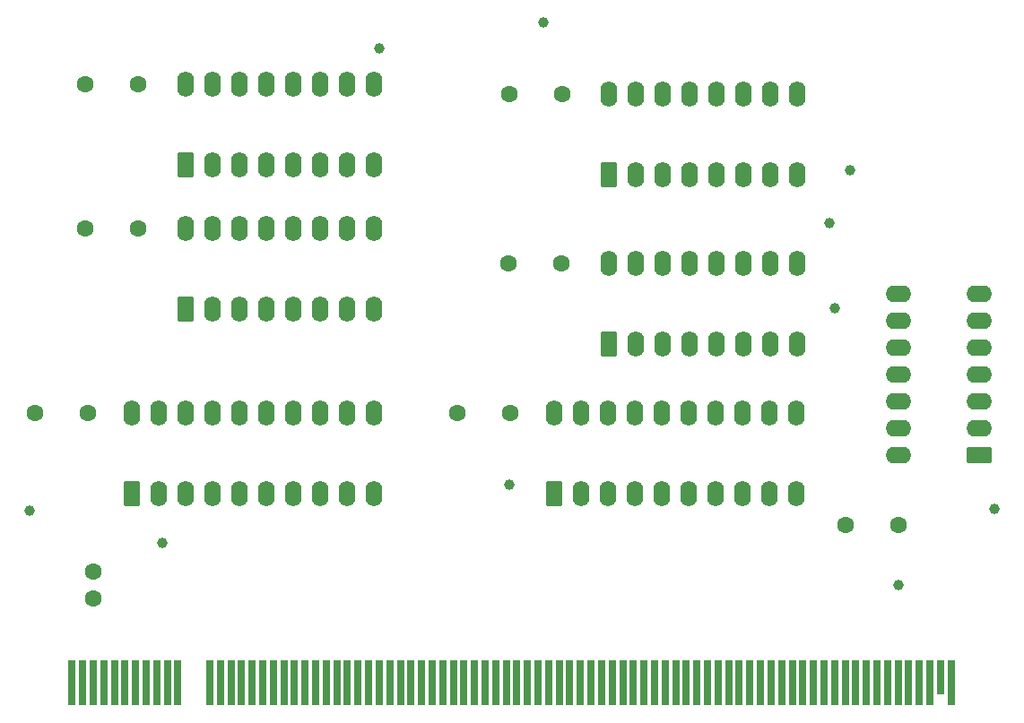
<source format=gbr>
%TF.GenerationSoftware,KiCad,Pcbnew,9.0.5*%
%TF.CreationDate,2025-11-19T18:54:23+02:00*%
%TF.ProjectId,step_counter,73746570-5f63-46f7-956e-7465722e6b69,rev?*%
%TF.SameCoordinates,Original*%
%TF.FileFunction,Soldermask,Top*%
%TF.FilePolarity,Negative*%
%FSLAX46Y46*%
G04 Gerber Fmt 4.6, Leading zero omitted, Abs format (unit mm)*
G04 Created by KiCad (PCBNEW 9.0.5) date 2025-11-19 18:54:23*
%MOMM*%
%LPD*%
G01*
G04 APERTURE LIST*
G04 Aperture macros list*
%AMRoundRect*
0 Rectangle with rounded corners*
0 $1 Rounding radius*
0 $2 $3 $4 $5 $6 $7 $8 $9 X,Y pos of 4 corners*
0 Add a 4 corners polygon primitive as box body*
4,1,4,$2,$3,$4,$5,$6,$7,$8,$9,$2,$3,0*
0 Add four circle primitives for the rounded corners*
1,1,$1+$1,$2,$3*
1,1,$1+$1,$4,$5*
1,1,$1+$1,$6,$7*
1,1,$1+$1,$8,$9*
0 Add four rect primitives between the rounded corners*
20,1,$1+$1,$2,$3,$4,$5,0*
20,1,$1+$1,$4,$5,$6,$7,0*
20,1,$1+$1,$6,$7,$8,$9,0*
20,1,$1+$1,$8,$9,$2,$3,0*%
G04 Aperture macros list end*
%ADD10C,1.600000*%
%ADD11C,1.000000*%
%ADD12R,0.700000X4.300000*%
%ADD13R,0.700000X3.200000*%
%ADD14RoundRect,0.250000X0.550000X-0.950000X0.550000X0.950000X-0.550000X0.950000X-0.550000X-0.950000X0*%
%ADD15O,1.600000X2.400000*%
%ADD16RoundRect,0.250000X0.950000X0.550000X-0.950000X0.550000X-0.950000X-0.550000X0.950000X-0.550000X0*%
%ADD17O,2.400000X1.600000*%
G04 APERTURE END LIST*
D10*
%TO.C,C3*%
X111000000Y-104475735D03*
X116000000Y-104475735D03*
%TD*%
%TO.C,C2*%
X150850000Y-104495735D03*
X155850000Y-104495735D03*
%TD*%
D11*
%TO.C,Inc1*%
X186000000Y-86500000D03*
%TD*%
D10*
%TO.C,C8*%
X192500000Y-115050000D03*
X187500000Y-115050000D03*
%TD*%
D11*
%TO.C,~{RL}1*%
X155750000Y-111250000D03*
%TD*%
%TO.C,~{Clk}1*%
X192500000Y-120750000D03*
%TD*%
%TO.C,Pls1*%
X201621000Y-113500000D03*
%TD*%
%TO.C,Dcr1*%
X188000000Y-81500000D03*
%TD*%
D10*
%TO.C,C4*%
X155710000Y-90380000D03*
X160710000Y-90380000D03*
%TD*%
D12*
%TO.C,BC1*%
X114500000Y-130000000D03*
X115500000Y-130000000D03*
X116500000Y-130000000D03*
X117500000Y-130000000D03*
X118500000Y-130000000D03*
X119500000Y-130000000D03*
X120500000Y-130000000D03*
X121500000Y-130000000D03*
X122500000Y-130000000D03*
X123500000Y-130000000D03*
X124500000Y-130000000D03*
X127500000Y-130000000D03*
X128500000Y-130000000D03*
X129500000Y-130000000D03*
X130500000Y-130000000D03*
X131500000Y-130000000D03*
X132500000Y-130000000D03*
X133500000Y-130000000D03*
X134500000Y-130000000D03*
X135500000Y-130000000D03*
X136500000Y-130000000D03*
X137500000Y-130000000D03*
X138500000Y-130000000D03*
X139500000Y-130000000D03*
X140500000Y-130000000D03*
X141500000Y-130000000D03*
X142500000Y-130000000D03*
X143500000Y-130000000D03*
X144500000Y-130000000D03*
X145500000Y-130000000D03*
X146500000Y-130000000D03*
X147500000Y-130000000D03*
X148500000Y-130000000D03*
X149500000Y-130000000D03*
X150500000Y-130000000D03*
X151500000Y-130000000D03*
X152500000Y-130000000D03*
X153500000Y-130000000D03*
X154500000Y-130000000D03*
X155500000Y-130000000D03*
X156500000Y-130000000D03*
X157500000Y-130000000D03*
X158500000Y-130000000D03*
X159500000Y-130000000D03*
X160500000Y-130000000D03*
X161500000Y-130000000D03*
X162500000Y-130000000D03*
X163500000Y-130000000D03*
X164500000Y-130000000D03*
X165500000Y-130000000D03*
X166500000Y-130000000D03*
X167500000Y-130000000D03*
X168500000Y-130000000D03*
X169500000Y-130000000D03*
X170500000Y-130000000D03*
X171500000Y-130000000D03*
X172500000Y-130000000D03*
X173500000Y-130000000D03*
X174500000Y-130000000D03*
X175500000Y-130000000D03*
X176500000Y-130000000D03*
X177500000Y-130000000D03*
X178500000Y-130000000D03*
X179500000Y-130000000D03*
X180500000Y-130000000D03*
X181500000Y-130000000D03*
X182500000Y-130000000D03*
X183500000Y-130000000D03*
X184500000Y-130000000D03*
X185500000Y-130000000D03*
X186500000Y-130000000D03*
X187500000Y-130000000D03*
X188500000Y-130000000D03*
X189500000Y-130000000D03*
X190500000Y-130000000D03*
X191500000Y-130000000D03*
X192500000Y-130000000D03*
X193500000Y-130000000D03*
X194500000Y-130000000D03*
X195500000Y-130000000D03*
D13*
X196500000Y-129450000D03*
D12*
X197500000Y-130000000D03*
%TD*%
D11*
%TO.C,~{RH}1*%
X123000000Y-116750000D03*
%TD*%
D14*
%TO.C,U5*%
X165220000Y-98000000D03*
D15*
X167760000Y-98000000D03*
X170300000Y-98000000D03*
X172840000Y-98000000D03*
X175380000Y-98000000D03*
X177920000Y-98000000D03*
X180460000Y-98000000D03*
X183000000Y-98000000D03*
X183000000Y-90380000D03*
X180460000Y-90380000D03*
X177920000Y-90380000D03*
X175380000Y-90380000D03*
X172840000Y-90380000D03*
X170300000Y-90380000D03*
X167760000Y-90380000D03*
X165220000Y-90380000D03*
%TD*%
D16*
%TO.C,U1*%
X200120000Y-108500000D03*
D17*
X200120000Y-105960000D03*
X200120000Y-103420000D03*
X200120000Y-100880000D03*
X200120000Y-98340000D03*
X200120000Y-95800000D03*
X200120000Y-93260000D03*
X192500000Y-93260000D03*
X192500000Y-95800000D03*
X192500000Y-98340000D03*
X192500000Y-100880000D03*
X192500000Y-103420000D03*
X192500000Y-105960000D03*
X192500000Y-108500000D03*
%TD*%
D10*
%TO.C,C6*%
X155760000Y-74380000D03*
X160760000Y-74380000D03*
%TD*%
D11*
%TO.C,Rst1*%
X159000000Y-67600000D03*
%TD*%
D10*
%TO.C,C5*%
X115750000Y-87000000D03*
X120750000Y-87000000D03*
%TD*%
D14*
%TO.C,U7*%
X120180000Y-112115735D03*
D15*
X122720000Y-112115735D03*
X125260000Y-112115735D03*
X127800000Y-112115735D03*
X130340000Y-112115735D03*
X132880000Y-112115735D03*
X135420000Y-112115735D03*
X137960000Y-112115735D03*
X140500000Y-112115735D03*
X143040000Y-112115735D03*
X143040000Y-104495735D03*
X140500000Y-104495735D03*
X137960000Y-104495735D03*
X135420000Y-104495735D03*
X132880000Y-104495735D03*
X130340000Y-104495735D03*
X127800000Y-104495735D03*
X125260000Y-104495735D03*
X122720000Y-104495735D03*
X120180000Y-104495735D03*
%TD*%
D11*
%TO.C,LL1*%
X186500000Y-94600000D03*
%TD*%
D14*
%TO.C,U6*%
X159992254Y-112135735D03*
D15*
X162532254Y-112135735D03*
X165072254Y-112135735D03*
X167612254Y-112135735D03*
X170152254Y-112135735D03*
X172692254Y-112135735D03*
X175232254Y-112135735D03*
X177772254Y-112135735D03*
X180312254Y-112135735D03*
X182852254Y-112135735D03*
X182852254Y-104515735D03*
X180312254Y-104515735D03*
X177772254Y-104515735D03*
X175232254Y-104515735D03*
X172692254Y-104515735D03*
X170152254Y-104515735D03*
X167612254Y-104515735D03*
X165072254Y-104515735D03*
X162532254Y-104515735D03*
X159992254Y-104515735D03*
%TD*%
D10*
%TO.C,C7*%
X120760000Y-73380000D03*
X115760000Y-73380000D03*
%TD*%
D14*
%TO.C,U2*%
X125220000Y-81000000D03*
D15*
X127760000Y-81000000D03*
X130300000Y-81000000D03*
X132840000Y-81000000D03*
X135380000Y-81000000D03*
X137920000Y-81000000D03*
X140460000Y-81000000D03*
X143000000Y-81000000D03*
X143000000Y-73380000D03*
X140460000Y-73380000D03*
X137920000Y-73380000D03*
X135380000Y-73380000D03*
X132840000Y-73380000D03*
X130300000Y-73380000D03*
X127760000Y-73380000D03*
X125220000Y-73380000D03*
%TD*%
D14*
%TO.C,U3*%
X125260000Y-94620000D03*
D15*
X127800000Y-94620000D03*
X130340000Y-94620000D03*
X132880000Y-94620000D03*
X135420000Y-94620000D03*
X137960000Y-94620000D03*
X140500000Y-94620000D03*
X143040000Y-94620000D03*
X143040000Y-87000000D03*
X140500000Y-87000000D03*
X137960000Y-87000000D03*
X135420000Y-87000000D03*
X132880000Y-87000000D03*
X130340000Y-87000000D03*
X127800000Y-87000000D03*
X125260000Y-87000000D03*
%TD*%
D11*
%TO.C,Lh1*%
X143500000Y-70000000D03*
%TD*%
D14*
%TO.C,U4*%
X165220000Y-82000000D03*
D15*
X167760000Y-82000000D03*
X170300000Y-82000000D03*
X172840000Y-82000000D03*
X175380000Y-82000000D03*
X177920000Y-82000000D03*
X180460000Y-82000000D03*
X183000000Y-82000000D03*
X183000000Y-74380000D03*
X180460000Y-74380000D03*
X177920000Y-74380000D03*
X175380000Y-74380000D03*
X172840000Y-74380000D03*
X170300000Y-74380000D03*
X167760000Y-74380000D03*
X165220000Y-74380000D03*
%TD*%
D11*
%TO.C,Pwr1*%
X110500000Y-113750000D03*
%TD*%
D10*
%TO.C,C1*%
X116500000Y-121989010D03*
X116500000Y-119489010D03*
%TD*%
M02*

</source>
